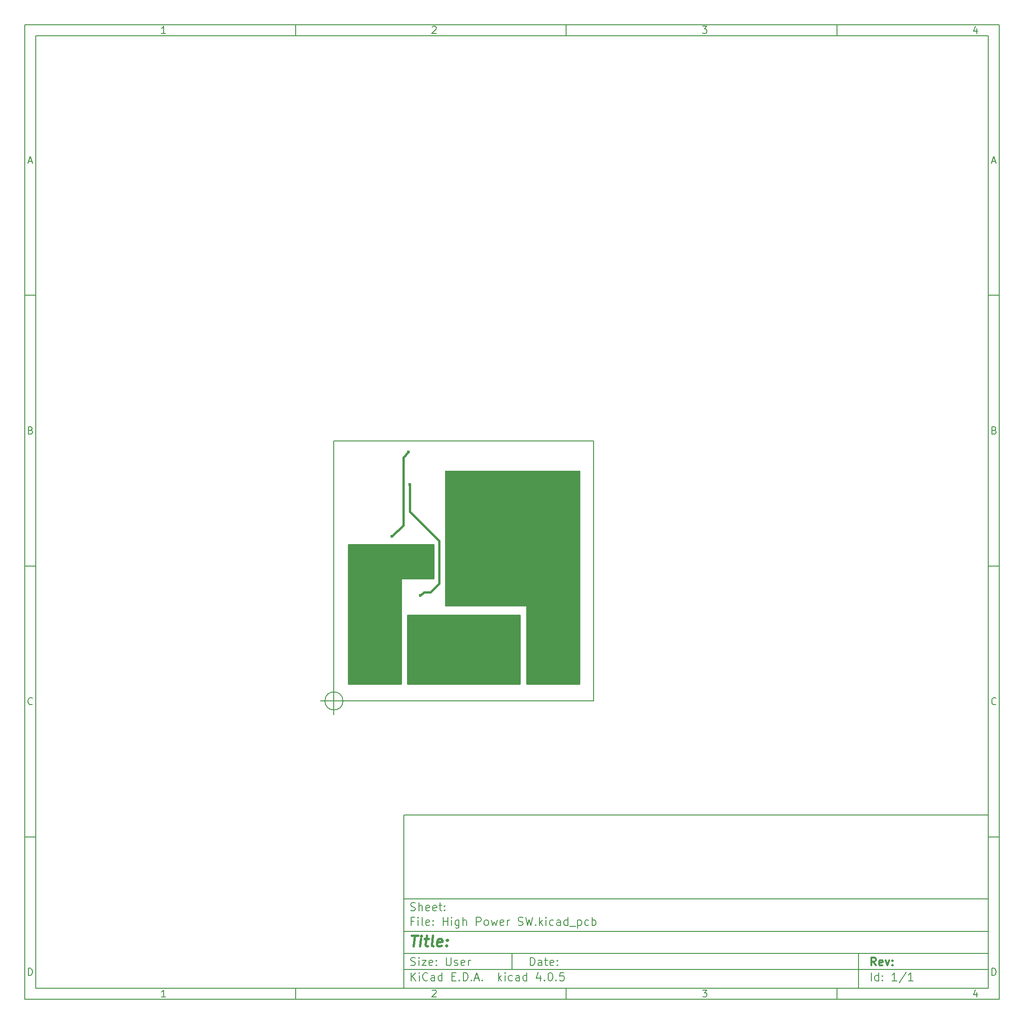
<source format=gbr>
G04 #@! TF.FileFunction,Copper,L2,Bot,Signal*
%FSLAX46Y46*%
G04 Gerber Fmt 4.6, Leading zero omitted, Abs format (unit mm)*
G04 Created by KiCad (PCBNEW 4.0.5) date 02/15/17 00:10:35*
%MOMM*%
%LPD*%
G01*
G04 APERTURE LIST*
%ADD10C,0.100000*%
%ADD11C,0.150000*%
%ADD12C,0.300000*%
%ADD13C,0.400000*%
%ADD14R,1.000000X1.000000*%
%ADD15R,6.000000X6.000000*%
%ADD16C,0.600000*%
%ADD17C,0.254000*%
G04 APERTURE END LIST*
D10*
D11*
X79999600Y-155999600D02*
X79999600Y-187999600D01*
X187999600Y-187999600D01*
X187999600Y-155999600D01*
X79999600Y-155999600D01*
D10*
D11*
X10000000Y-10000000D02*
X10000000Y-189999600D01*
X189999600Y-189999600D01*
X189999600Y-10000000D01*
X10000000Y-10000000D01*
D10*
D11*
X12000000Y-12000000D02*
X12000000Y-187999600D01*
X187999600Y-187999600D01*
X187999600Y-12000000D01*
X12000000Y-12000000D01*
D10*
D11*
X60000000Y-12000000D02*
X60000000Y-10000000D01*
D10*
D11*
X110000000Y-12000000D02*
X110000000Y-10000000D01*
D10*
D11*
X160000000Y-12000000D02*
X160000000Y-10000000D01*
D10*
D11*
X35990476Y-11588095D02*
X35247619Y-11588095D01*
X35619048Y-11588095D02*
X35619048Y-10288095D01*
X35495238Y-10473810D01*
X35371429Y-10597619D01*
X35247619Y-10659524D01*
D10*
D11*
X85247619Y-10411905D02*
X85309524Y-10350000D01*
X85433333Y-10288095D01*
X85742857Y-10288095D01*
X85866667Y-10350000D01*
X85928571Y-10411905D01*
X85990476Y-10535714D01*
X85990476Y-10659524D01*
X85928571Y-10845238D01*
X85185714Y-11588095D01*
X85990476Y-11588095D01*
D10*
D11*
X135185714Y-10288095D02*
X135990476Y-10288095D01*
X135557143Y-10783333D01*
X135742857Y-10783333D01*
X135866667Y-10845238D01*
X135928571Y-10907143D01*
X135990476Y-11030952D01*
X135990476Y-11340476D01*
X135928571Y-11464286D01*
X135866667Y-11526190D01*
X135742857Y-11588095D01*
X135371429Y-11588095D01*
X135247619Y-11526190D01*
X135185714Y-11464286D01*
D10*
D11*
X185866667Y-10721429D02*
X185866667Y-11588095D01*
X185557143Y-10226190D02*
X185247619Y-11154762D01*
X186052381Y-11154762D01*
D10*
D11*
X60000000Y-187999600D02*
X60000000Y-189999600D01*
D10*
D11*
X110000000Y-187999600D02*
X110000000Y-189999600D01*
D10*
D11*
X160000000Y-187999600D02*
X160000000Y-189999600D01*
D10*
D11*
X35990476Y-189587695D02*
X35247619Y-189587695D01*
X35619048Y-189587695D02*
X35619048Y-188287695D01*
X35495238Y-188473410D01*
X35371429Y-188597219D01*
X35247619Y-188659124D01*
D10*
D11*
X85247619Y-188411505D02*
X85309524Y-188349600D01*
X85433333Y-188287695D01*
X85742857Y-188287695D01*
X85866667Y-188349600D01*
X85928571Y-188411505D01*
X85990476Y-188535314D01*
X85990476Y-188659124D01*
X85928571Y-188844838D01*
X85185714Y-189587695D01*
X85990476Y-189587695D01*
D10*
D11*
X135185714Y-188287695D02*
X135990476Y-188287695D01*
X135557143Y-188782933D01*
X135742857Y-188782933D01*
X135866667Y-188844838D01*
X135928571Y-188906743D01*
X135990476Y-189030552D01*
X135990476Y-189340076D01*
X135928571Y-189463886D01*
X135866667Y-189525790D01*
X135742857Y-189587695D01*
X135371429Y-189587695D01*
X135247619Y-189525790D01*
X135185714Y-189463886D01*
D10*
D11*
X185866667Y-188721029D02*
X185866667Y-189587695D01*
X185557143Y-188225790D02*
X185247619Y-189154362D01*
X186052381Y-189154362D01*
D10*
D11*
X10000000Y-60000000D02*
X12000000Y-60000000D01*
D10*
D11*
X10000000Y-110000000D02*
X12000000Y-110000000D01*
D10*
D11*
X10000000Y-160000000D02*
X12000000Y-160000000D01*
D10*
D11*
X10690476Y-35216667D02*
X11309524Y-35216667D01*
X10566667Y-35588095D02*
X11000000Y-34288095D01*
X11433333Y-35588095D01*
D10*
D11*
X11092857Y-84907143D02*
X11278571Y-84969048D01*
X11340476Y-85030952D01*
X11402381Y-85154762D01*
X11402381Y-85340476D01*
X11340476Y-85464286D01*
X11278571Y-85526190D01*
X11154762Y-85588095D01*
X10659524Y-85588095D01*
X10659524Y-84288095D01*
X11092857Y-84288095D01*
X11216667Y-84350000D01*
X11278571Y-84411905D01*
X11340476Y-84535714D01*
X11340476Y-84659524D01*
X11278571Y-84783333D01*
X11216667Y-84845238D01*
X11092857Y-84907143D01*
X10659524Y-84907143D01*
D10*
D11*
X11402381Y-135464286D02*
X11340476Y-135526190D01*
X11154762Y-135588095D01*
X11030952Y-135588095D01*
X10845238Y-135526190D01*
X10721429Y-135402381D01*
X10659524Y-135278571D01*
X10597619Y-135030952D01*
X10597619Y-134845238D01*
X10659524Y-134597619D01*
X10721429Y-134473810D01*
X10845238Y-134350000D01*
X11030952Y-134288095D01*
X11154762Y-134288095D01*
X11340476Y-134350000D01*
X11402381Y-134411905D01*
D10*
D11*
X10659524Y-185588095D02*
X10659524Y-184288095D01*
X10969048Y-184288095D01*
X11154762Y-184350000D01*
X11278571Y-184473810D01*
X11340476Y-184597619D01*
X11402381Y-184845238D01*
X11402381Y-185030952D01*
X11340476Y-185278571D01*
X11278571Y-185402381D01*
X11154762Y-185526190D01*
X10969048Y-185588095D01*
X10659524Y-185588095D01*
D10*
D11*
X189999600Y-60000000D02*
X187999600Y-60000000D01*
D10*
D11*
X189999600Y-110000000D02*
X187999600Y-110000000D01*
D10*
D11*
X189999600Y-160000000D02*
X187999600Y-160000000D01*
D10*
D11*
X188690076Y-35216667D02*
X189309124Y-35216667D01*
X188566267Y-35588095D02*
X188999600Y-34288095D01*
X189432933Y-35588095D01*
D10*
D11*
X189092457Y-84907143D02*
X189278171Y-84969048D01*
X189340076Y-85030952D01*
X189401981Y-85154762D01*
X189401981Y-85340476D01*
X189340076Y-85464286D01*
X189278171Y-85526190D01*
X189154362Y-85588095D01*
X188659124Y-85588095D01*
X188659124Y-84288095D01*
X189092457Y-84288095D01*
X189216267Y-84350000D01*
X189278171Y-84411905D01*
X189340076Y-84535714D01*
X189340076Y-84659524D01*
X189278171Y-84783333D01*
X189216267Y-84845238D01*
X189092457Y-84907143D01*
X188659124Y-84907143D01*
D10*
D11*
X189401981Y-135464286D02*
X189340076Y-135526190D01*
X189154362Y-135588095D01*
X189030552Y-135588095D01*
X188844838Y-135526190D01*
X188721029Y-135402381D01*
X188659124Y-135278571D01*
X188597219Y-135030952D01*
X188597219Y-134845238D01*
X188659124Y-134597619D01*
X188721029Y-134473810D01*
X188844838Y-134350000D01*
X189030552Y-134288095D01*
X189154362Y-134288095D01*
X189340076Y-134350000D01*
X189401981Y-134411905D01*
D10*
D11*
X188659124Y-185588095D02*
X188659124Y-184288095D01*
X188968648Y-184288095D01*
X189154362Y-184350000D01*
X189278171Y-184473810D01*
X189340076Y-184597619D01*
X189401981Y-184845238D01*
X189401981Y-185030952D01*
X189340076Y-185278571D01*
X189278171Y-185402381D01*
X189154362Y-185526190D01*
X188968648Y-185588095D01*
X188659124Y-185588095D01*
D10*
D11*
X103356743Y-183778171D02*
X103356743Y-182278171D01*
X103713886Y-182278171D01*
X103928171Y-182349600D01*
X104071029Y-182492457D01*
X104142457Y-182635314D01*
X104213886Y-182921029D01*
X104213886Y-183135314D01*
X104142457Y-183421029D01*
X104071029Y-183563886D01*
X103928171Y-183706743D01*
X103713886Y-183778171D01*
X103356743Y-183778171D01*
X105499600Y-183778171D02*
X105499600Y-182992457D01*
X105428171Y-182849600D01*
X105285314Y-182778171D01*
X104999600Y-182778171D01*
X104856743Y-182849600D01*
X105499600Y-183706743D02*
X105356743Y-183778171D01*
X104999600Y-183778171D01*
X104856743Y-183706743D01*
X104785314Y-183563886D01*
X104785314Y-183421029D01*
X104856743Y-183278171D01*
X104999600Y-183206743D01*
X105356743Y-183206743D01*
X105499600Y-183135314D01*
X105999600Y-182778171D02*
X106571029Y-182778171D01*
X106213886Y-182278171D02*
X106213886Y-183563886D01*
X106285314Y-183706743D01*
X106428172Y-183778171D01*
X106571029Y-183778171D01*
X107642457Y-183706743D02*
X107499600Y-183778171D01*
X107213886Y-183778171D01*
X107071029Y-183706743D01*
X106999600Y-183563886D01*
X106999600Y-182992457D01*
X107071029Y-182849600D01*
X107213886Y-182778171D01*
X107499600Y-182778171D01*
X107642457Y-182849600D01*
X107713886Y-182992457D01*
X107713886Y-183135314D01*
X106999600Y-183278171D01*
X108356743Y-183635314D02*
X108428171Y-183706743D01*
X108356743Y-183778171D01*
X108285314Y-183706743D01*
X108356743Y-183635314D01*
X108356743Y-183778171D01*
X108356743Y-182849600D02*
X108428171Y-182921029D01*
X108356743Y-182992457D01*
X108285314Y-182921029D01*
X108356743Y-182849600D01*
X108356743Y-182992457D01*
D10*
D11*
X79999600Y-184499600D02*
X187999600Y-184499600D01*
D10*
D11*
X81356743Y-186578171D02*
X81356743Y-185078171D01*
X82213886Y-186578171D02*
X81571029Y-185721029D01*
X82213886Y-185078171D02*
X81356743Y-185935314D01*
X82856743Y-186578171D02*
X82856743Y-185578171D01*
X82856743Y-185078171D02*
X82785314Y-185149600D01*
X82856743Y-185221029D01*
X82928171Y-185149600D01*
X82856743Y-185078171D01*
X82856743Y-185221029D01*
X84428172Y-186435314D02*
X84356743Y-186506743D01*
X84142457Y-186578171D01*
X83999600Y-186578171D01*
X83785315Y-186506743D01*
X83642457Y-186363886D01*
X83571029Y-186221029D01*
X83499600Y-185935314D01*
X83499600Y-185721029D01*
X83571029Y-185435314D01*
X83642457Y-185292457D01*
X83785315Y-185149600D01*
X83999600Y-185078171D01*
X84142457Y-185078171D01*
X84356743Y-185149600D01*
X84428172Y-185221029D01*
X85713886Y-186578171D02*
X85713886Y-185792457D01*
X85642457Y-185649600D01*
X85499600Y-185578171D01*
X85213886Y-185578171D01*
X85071029Y-185649600D01*
X85713886Y-186506743D02*
X85571029Y-186578171D01*
X85213886Y-186578171D01*
X85071029Y-186506743D01*
X84999600Y-186363886D01*
X84999600Y-186221029D01*
X85071029Y-186078171D01*
X85213886Y-186006743D01*
X85571029Y-186006743D01*
X85713886Y-185935314D01*
X87071029Y-186578171D02*
X87071029Y-185078171D01*
X87071029Y-186506743D02*
X86928172Y-186578171D01*
X86642458Y-186578171D01*
X86499600Y-186506743D01*
X86428172Y-186435314D01*
X86356743Y-186292457D01*
X86356743Y-185863886D01*
X86428172Y-185721029D01*
X86499600Y-185649600D01*
X86642458Y-185578171D01*
X86928172Y-185578171D01*
X87071029Y-185649600D01*
X88928172Y-185792457D02*
X89428172Y-185792457D01*
X89642458Y-186578171D02*
X88928172Y-186578171D01*
X88928172Y-185078171D01*
X89642458Y-185078171D01*
X90285315Y-186435314D02*
X90356743Y-186506743D01*
X90285315Y-186578171D01*
X90213886Y-186506743D01*
X90285315Y-186435314D01*
X90285315Y-186578171D01*
X90999601Y-186578171D02*
X90999601Y-185078171D01*
X91356744Y-185078171D01*
X91571029Y-185149600D01*
X91713887Y-185292457D01*
X91785315Y-185435314D01*
X91856744Y-185721029D01*
X91856744Y-185935314D01*
X91785315Y-186221029D01*
X91713887Y-186363886D01*
X91571029Y-186506743D01*
X91356744Y-186578171D01*
X90999601Y-186578171D01*
X92499601Y-186435314D02*
X92571029Y-186506743D01*
X92499601Y-186578171D01*
X92428172Y-186506743D01*
X92499601Y-186435314D01*
X92499601Y-186578171D01*
X93142458Y-186149600D02*
X93856744Y-186149600D01*
X92999601Y-186578171D02*
X93499601Y-185078171D01*
X93999601Y-186578171D01*
X94499601Y-186435314D02*
X94571029Y-186506743D01*
X94499601Y-186578171D01*
X94428172Y-186506743D01*
X94499601Y-186435314D01*
X94499601Y-186578171D01*
X97499601Y-186578171D02*
X97499601Y-185078171D01*
X97642458Y-186006743D02*
X98071029Y-186578171D01*
X98071029Y-185578171D02*
X97499601Y-186149600D01*
X98713887Y-186578171D02*
X98713887Y-185578171D01*
X98713887Y-185078171D02*
X98642458Y-185149600D01*
X98713887Y-185221029D01*
X98785315Y-185149600D01*
X98713887Y-185078171D01*
X98713887Y-185221029D01*
X100071030Y-186506743D02*
X99928173Y-186578171D01*
X99642459Y-186578171D01*
X99499601Y-186506743D01*
X99428173Y-186435314D01*
X99356744Y-186292457D01*
X99356744Y-185863886D01*
X99428173Y-185721029D01*
X99499601Y-185649600D01*
X99642459Y-185578171D01*
X99928173Y-185578171D01*
X100071030Y-185649600D01*
X101356744Y-186578171D02*
X101356744Y-185792457D01*
X101285315Y-185649600D01*
X101142458Y-185578171D01*
X100856744Y-185578171D01*
X100713887Y-185649600D01*
X101356744Y-186506743D02*
X101213887Y-186578171D01*
X100856744Y-186578171D01*
X100713887Y-186506743D01*
X100642458Y-186363886D01*
X100642458Y-186221029D01*
X100713887Y-186078171D01*
X100856744Y-186006743D01*
X101213887Y-186006743D01*
X101356744Y-185935314D01*
X102713887Y-186578171D02*
X102713887Y-185078171D01*
X102713887Y-186506743D02*
X102571030Y-186578171D01*
X102285316Y-186578171D01*
X102142458Y-186506743D01*
X102071030Y-186435314D01*
X101999601Y-186292457D01*
X101999601Y-185863886D01*
X102071030Y-185721029D01*
X102142458Y-185649600D01*
X102285316Y-185578171D01*
X102571030Y-185578171D01*
X102713887Y-185649600D01*
X105213887Y-185578171D02*
X105213887Y-186578171D01*
X104856744Y-185006743D02*
X104499601Y-186078171D01*
X105428173Y-186078171D01*
X105999601Y-186435314D02*
X106071029Y-186506743D01*
X105999601Y-186578171D01*
X105928172Y-186506743D01*
X105999601Y-186435314D01*
X105999601Y-186578171D01*
X106999601Y-185078171D02*
X107142458Y-185078171D01*
X107285315Y-185149600D01*
X107356744Y-185221029D01*
X107428173Y-185363886D01*
X107499601Y-185649600D01*
X107499601Y-186006743D01*
X107428173Y-186292457D01*
X107356744Y-186435314D01*
X107285315Y-186506743D01*
X107142458Y-186578171D01*
X106999601Y-186578171D01*
X106856744Y-186506743D01*
X106785315Y-186435314D01*
X106713887Y-186292457D01*
X106642458Y-186006743D01*
X106642458Y-185649600D01*
X106713887Y-185363886D01*
X106785315Y-185221029D01*
X106856744Y-185149600D01*
X106999601Y-185078171D01*
X108142458Y-186435314D02*
X108213886Y-186506743D01*
X108142458Y-186578171D01*
X108071029Y-186506743D01*
X108142458Y-186435314D01*
X108142458Y-186578171D01*
X109571030Y-185078171D02*
X108856744Y-185078171D01*
X108785315Y-185792457D01*
X108856744Y-185721029D01*
X108999601Y-185649600D01*
X109356744Y-185649600D01*
X109499601Y-185721029D01*
X109571030Y-185792457D01*
X109642458Y-185935314D01*
X109642458Y-186292457D01*
X109571030Y-186435314D01*
X109499601Y-186506743D01*
X109356744Y-186578171D01*
X108999601Y-186578171D01*
X108856744Y-186506743D01*
X108785315Y-186435314D01*
D10*
D11*
X79999600Y-181499600D02*
X187999600Y-181499600D01*
D10*
D12*
X167213886Y-183778171D02*
X166713886Y-183063886D01*
X166356743Y-183778171D02*
X166356743Y-182278171D01*
X166928171Y-182278171D01*
X167071029Y-182349600D01*
X167142457Y-182421029D01*
X167213886Y-182563886D01*
X167213886Y-182778171D01*
X167142457Y-182921029D01*
X167071029Y-182992457D01*
X166928171Y-183063886D01*
X166356743Y-183063886D01*
X168428171Y-183706743D02*
X168285314Y-183778171D01*
X167999600Y-183778171D01*
X167856743Y-183706743D01*
X167785314Y-183563886D01*
X167785314Y-182992457D01*
X167856743Y-182849600D01*
X167999600Y-182778171D01*
X168285314Y-182778171D01*
X168428171Y-182849600D01*
X168499600Y-182992457D01*
X168499600Y-183135314D01*
X167785314Y-183278171D01*
X168999600Y-182778171D02*
X169356743Y-183778171D01*
X169713885Y-182778171D01*
X170285314Y-183635314D02*
X170356742Y-183706743D01*
X170285314Y-183778171D01*
X170213885Y-183706743D01*
X170285314Y-183635314D01*
X170285314Y-183778171D01*
X170285314Y-182849600D02*
X170356742Y-182921029D01*
X170285314Y-182992457D01*
X170213885Y-182921029D01*
X170285314Y-182849600D01*
X170285314Y-182992457D01*
D10*
D11*
X81285314Y-183706743D02*
X81499600Y-183778171D01*
X81856743Y-183778171D01*
X81999600Y-183706743D01*
X82071029Y-183635314D01*
X82142457Y-183492457D01*
X82142457Y-183349600D01*
X82071029Y-183206743D01*
X81999600Y-183135314D01*
X81856743Y-183063886D01*
X81571029Y-182992457D01*
X81428171Y-182921029D01*
X81356743Y-182849600D01*
X81285314Y-182706743D01*
X81285314Y-182563886D01*
X81356743Y-182421029D01*
X81428171Y-182349600D01*
X81571029Y-182278171D01*
X81928171Y-182278171D01*
X82142457Y-182349600D01*
X82785314Y-183778171D02*
X82785314Y-182778171D01*
X82785314Y-182278171D02*
X82713885Y-182349600D01*
X82785314Y-182421029D01*
X82856742Y-182349600D01*
X82785314Y-182278171D01*
X82785314Y-182421029D01*
X83356743Y-182778171D02*
X84142457Y-182778171D01*
X83356743Y-183778171D01*
X84142457Y-183778171D01*
X85285314Y-183706743D02*
X85142457Y-183778171D01*
X84856743Y-183778171D01*
X84713886Y-183706743D01*
X84642457Y-183563886D01*
X84642457Y-182992457D01*
X84713886Y-182849600D01*
X84856743Y-182778171D01*
X85142457Y-182778171D01*
X85285314Y-182849600D01*
X85356743Y-182992457D01*
X85356743Y-183135314D01*
X84642457Y-183278171D01*
X85999600Y-183635314D02*
X86071028Y-183706743D01*
X85999600Y-183778171D01*
X85928171Y-183706743D01*
X85999600Y-183635314D01*
X85999600Y-183778171D01*
X85999600Y-182849600D02*
X86071028Y-182921029D01*
X85999600Y-182992457D01*
X85928171Y-182921029D01*
X85999600Y-182849600D01*
X85999600Y-182992457D01*
X87856743Y-182278171D02*
X87856743Y-183492457D01*
X87928171Y-183635314D01*
X87999600Y-183706743D01*
X88142457Y-183778171D01*
X88428171Y-183778171D01*
X88571029Y-183706743D01*
X88642457Y-183635314D01*
X88713886Y-183492457D01*
X88713886Y-182278171D01*
X89356743Y-183706743D02*
X89499600Y-183778171D01*
X89785315Y-183778171D01*
X89928172Y-183706743D01*
X89999600Y-183563886D01*
X89999600Y-183492457D01*
X89928172Y-183349600D01*
X89785315Y-183278171D01*
X89571029Y-183278171D01*
X89428172Y-183206743D01*
X89356743Y-183063886D01*
X89356743Y-182992457D01*
X89428172Y-182849600D01*
X89571029Y-182778171D01*
X89785315Y-182778171D01*
X89928172Y-182849600D01*
X91213886Y-183706743D02*
X91071029Y-183778171D01*
X90785315Y-183778171D01*
X90642458Y-183706743D01*
X90571029Y-183563886D01*
X90571029Y-182992457D01*
X90642458Y-182849600D01*
X90785315Y-182778171D01*
X91071029Y-182778171D01*
X91213886Y-182849600D01*
X91285315Y-182992457D01*
X91285315Y-183135314D01*
X90571029Y-183278171D01*
X91928172Y-183778171D02*
X91928172Y-182778171D01*
X91928172Y-183063886D02*
X91999600Y-182921029D01*
X92071029Y-182849600D01*
X92213886Y-182778171D01*
X92356743Y-182778171D01*
D10*
D11*
X166356743Y-186578171D02*
X166356743Y-185078171D01*
X167713886Y-186578171D02*
X167713886Y-185078171D01*
X167713886Y-186506743D02*
X167571029Y-186578171D01*
X167285315Y-186578171D01*
X167142457Y-186506743D01*
X167071029Y-186435314D01*
X166999600Y-186292457D01*
X166999600Y-185863886D01*
X167071029Y-185721029D01*
X167142457Y-185649600D01*
X167285315Y-185578171D01*
X167571029Y-185578171D01*
X167713886Y-185649600D01*
X168428172Y-186435314D02*
X168499600Y-186506743D01*
X168428172Y-186578171D01*
X168356743Y-186506743D01*
X168428172Y-186435314D01*
X168428172Y-186578171D01*
X168428172Y-185649600D02*
X168499600Y-185721029D01*
X168428172Y-185792457D01*
X168356743Y-185721029D01*
X168428172Y-185649600D01*
X168428172Y-185792457D01*
X171071029Y-186578171D02*
X170213886Y-186578171D01*
X170642458Y-186578171D02*
X170642458Y-185078171D01*
X170499601Y-185292457D01*
X170356743Y-185435314D01*
X170213886Y-185506743D01*
X172785314Y-185006743D02*
X171499600Y-186935314D01*
X174071029Y-186578171D02*
X173213886Y-186578171D01*
X173642458Y-186578171D02*
X173642458Y-185078171D01*
X173499601Y-185292457D01*
X173356743Y-185435314D01*
X173213886Y-185506743D01*
D10*
D11*
X79999600Y-177499600D02*
X187999600Y-177499600D01*
D10*
D13*
X81451981Y-178204362D02*
X82594838Y-178204362D01*
X81773410Y-180204362D02*
X82023410Y-178204362D01*
X83011505Y-180204362D02*
X83178171Y-178871029D01*
X83261505Y-178204362D02*
X83154362Y-178299600D01*
X83237695Y-178394838D01*
X83344839Y-178299600D01*
X83261505Y-178204362D01*
X83237695Y-178394838D01*
X83844838Y-178871029D02*
X84606743Y-178871029D01*
X84213886Y-178204362D02*
X83999600Y-179918648D01*
X84071030Y-180109124D01*
X84249601Y-180204362D01*
X84440077Y-180204362D01*
X85392458Y-180204362D02*
X85213887Y-180109124D01*
X85142457Y-179918648D01*
X85356743Y-178204362D01*
X86928172Y-180109124D02*
X86725791Y-180204362D01*
X86344839Y-180204362D01*
X86166267Y-180109124D01*
X86094838Y-179918648D01*
X86190076Y-179156743D01*
X86309124Y-178966267D01*
X86511505Y-178871029D01*
X86892457Y-178871029D01*
X87071029Y-178966267D01*
X87142457Y-179156743D01*
X87118648Y-179347219D01*
X86142457Y-179537695D01*
X87892457Y-180013886D02*
X87975792Y-180109124D01*
X87868648Y-180204362D01*
X87785315Y-180109124D01*
X87892457Y-180013886D01*
X87868648Y-180204362D01*
X88023410Y-178966267D02*
X88106744Y-179061505D01*
X87999600Y-179156743D01*
X87916267Y-179061505D01*
X88023410Y-178966267D01*
X87999600Y-179156743D01*
D10*
D11*
X81856743Y-175592457D02*
X81356743Y-175592457D01*
X81356743Y-176378171D02*
X81356743Y-174878171D01*
X82071029Y-174878171D01*
X82642457Y-176378171D02*
X82642457Y-175378171D01*
X82642457Y-174878171D02*
X82571028Y-174949600D01*
X82642457Y-175021029D01*
X82713885Y-174949600D01*
X82642457Y-174878171D01*
X82642457Y-175021029D01*
X83571029Y-176378171D02*
X83428171Y-176306743D01*
X83356743Y-176163886D01*
X83356743Y-174878171D01*
X84713885Y-176306743D02*
X84571028Y-176378171D01*
X84285314Y-176378171D01*
X84142457Y-176306743D01*
X84071028Y-176163886D01*
X84071028Y-175592457D01*
X84142457Y-175449600D01*
X84285314Y-175378171D01*
X84571028Y-175378171D01*
X84713885Y-175449600D01*
X84785314Y-175592457D01*
X84785314Y-175735314D01*
X84071028Y-175878171D01*
X85428171Y-176235314D02*
X85499599Y-176306743D01*
X85428171Y-176378171D01*
X85356742Y-176306743D01*
X85428171Y-176235314D01*
X85428171Y-176378171D01*
X85428171Y-175449600D02*
X85499599Y-175521029D01*
X85428171Y-175592457D01*
X85356742Y-175521029D01*
X85428171Y-175449600D01*
X85428171Y-175592457D01*
X87285314Y-176378171D02*
X87285314Y-174878171D01*
X87285314Y-175592457D02*
X88142457Y-175592457D01*
X88142457Y-176378171D02*
X88142457Y-174878171D01*
X88856743Y-176378171D02*
X88856743Y-175378171D01*
X88856743Y-174878171D02*
X88785314Y-174949600D01*
X88856743Y-175021029D01*
X88928171Y-174949600D01*
X88856743Y-174878171D01*
X88856743Y-175021029D01*
X90213886Y-175378171D02*
X90213886Y-176592457D01*
X90142457Y-176735314D01*
X90071029Y-176806743D01*
X89928172Y-176878171D01*
X89713886Y-176878171D01*
X89571029Y-176806743D01*
X90213886Y-176306743D02*
X90071029Y-176378171D01*
X89785315Y-176378171D01*
X89642457Y-176306743D01*
X89571029Y-176235314D01*
X89499600Y-176092457D01*
X89499600Y-175663886D01*
X89571029Y-175521029D01*
X89642457Y-175449600D01*
X89785315Y-175378171D01*
X90071029Y-175378171D01*
X90213886Y-175449600D01*
X90928172Y-176378171D02*
X90928172Y-174878171D01*
X91571029Y-176378171D02*
X91571029Y-175592457D01*
X91499600Y-175449600D01*
X91356743Y-175378171D01*
X91142458Y-175378171D01*
X90999600Y-175449600D01*
X90928172Y-175521029D01*
X93428172Y-176378171D02*
X93428172Y-174878171D01*
X93999600Y-174878171D01*
X94142458Y-174949600D01*
X94213886Y-175021029D01*
X94285315Y-175163886D01*
X94285315Y-175378171D01*
X94213886Y-175521029D01*
X94142458Y-175592457D01*
X93999600Y-175663886D01*
X93428172Y-175663886D01*
X95142458Y-176378171D02*
X94999600Y-176306743D01*
X94928172Y-176235314D01*
X94856743Y-176092457D01*
X94856743Y-175663886D01*
X94928172Y-175521029D01*
X94999600Y-175449600D01*
X95142458Y-175378171D01*
X95356743Y-175378171D01*
X95499600Y-175449600D01*
X95571029Y-175521029D01*
X95642458Y-175663886D01*
X95642458Y-176092457D01*
X95571029Y-176235314D01*
X95499600Y-176306743D01*
X95356743Y-176378171D01*
X95142458Y-176378171D01*
X96142458Y-175378171D02*
X96428172Y-176378171D01*
X96713886Y-175663886D01*
X96999601Y-176378171D01*
X97285315Y-175378171D01*
X98428172Y-176306743D02*
X98285315Y-176378171D01*
X97999601Y-176378171D01*
X97856744Y-176306743D01*
X97785315Y-176163886D01*
X97785315Y-175592457D01*
X97856744Y-175449600D01*
X97999601Y-175378171D01*
X98285315Y-175378171D01*
X98428172Y-175449600D01*
X98499601Y-175592457D01*
X98499601Y-175735314D01*
X97785315Y-175878171D01*
X99142458Y-176378171D02*
X99142458Y-175378171D01*
X99142458Y-175663886D02*
X99213886Y-175521029D01*
X99285315Y-175449600D01*
X99428172Y-175378171D01*
X99571029Y-175378171D01*
X101142457Y-176306743D02*
X101356743Y-176378171D01*
X101713886Y-176378171D01*
X101856743Y-176306743D01*
X101928172Y-176235314D01*
X101999600Y-176092457D01*
X101999600Y-175949600D01*
X101928172Y-175806743D01*
X101856743Y-175735314D01*
X101713886Y-175663886D01*
X101428172Y-175592457D01*
X101285314Y-175521029D01*
X101213886Y-175449600D01*
X101142457Y-175306743D01*
X101142457Y-175163886D01*
X101213886Y-175021029D01*
X101285314Y-174949600D01*
X101428172Y-174878171D01*
X101785314Y-174878171D01*
X101999600Y-174949600D01*
X102499600Y-174878171D02*
X102856743Y-176378171D01*
X103142457Y-175306743D01*
X103428171Y-176378171D01*
X103785314Y-174878171D01*
X104356743Y-176235314D02*
X104428171Y-176306743D01*
X104356743Y-176378171D01*
X104285314Y-176306743D01*
X104356743Y-176235314D01*
X104356743Y-176378171D01*
X105071029Y-176378171D02*
X105071029Y-174878171D01*
X105213886Y-175806743D02*
X105642457Y-176378171D01*
X105642457Y-175378171D02*
X105071029Y-175949600D01*
X106285315Y-176378171D02*
X106285315Y-175378171D01*
X106285315Y-174878171D02*
X106213886Y-174949600D01*
X106285315Y-175021029D01*
X106356743Y-174949600D01*
X106285315Y-174878171D01*
X106285315Y-175021029D01*
X107642458Y-176306743D02*
X107499601Y-176378171D01*
X107213887Y-176378171D01*
X107071029Y-176306743D01*
X106999601Y-176235314D01*
X106928172Y-176092457D01*
X106928172Y-175663886D01*
X106999601Y-175521029D01*
X107071029Y-175449600D01*
X107213887Y-175378171D01*
X107499601Y-175378171D01*
X107642458Y-175449600D01*
X108928172Y-176378171D02*
X108928172Y-175592457D01*
X108856743Y-175449600D01*
X108713886Y-175378171D01*
X108428172Y-175378171D01*
X108285315Y-175449600D01*
X108928172Y-176306743D02*
X108785315Y-176378171D01*
X108428172Y-176378171D01*
X108285315Y-176306743D01*
X108213886Y-176163886D01*
X108213886Y-176021029D01*
X108285315Y-175878171D01*
X108428172Y-175806743D01*
X108785315Y-175806743D01*
X108928172Y-175735314D01*
X110285315Y-176378171D02*
X110285315Y-174878171D01*
X110285315Y-176306743D02*
X110142458Y-176378171D01*
X109856744Y-176378171D01*
X109713886Y-176306743D01*
X109642458Y-176235314D01*
X109571029Y-176092457D01*
X109571029Y-175663886D01*
X109642458Y-175521029D01*
X109713886Y-175449600D01*
X109856744Y-175378171D01*
X110142458Y-175378171D01*
X110285315Y-175449600D01*
X110642458Y-176521029D02*
X111785315Y-176521029D01*
X112142458Y-175378171D02*
X112142458Y-176878171D01*
X112142458Y-175449600D02*
X112285315Y-175378171D01*
X112571029Y-175378171D01*
X112713886Y-175449600D01*
X112785315Y-175521029D01*
X112856744Y-175663886D01*
X112856744Y-176092457D01*
X112785315Y-176235314D01*
X112713886Y-176306743D01*
X112571029Y-176378171D01*
X112285315Y-176378171D01*
X112142458Y-176306743D01*
X114142458Y-176306743D02*
X113999601Y-176378171D01*
X113713887Y-176378171D01*
X113571029Y-176306743D01*
X113499601Y-176235314D01*
X113428172Y-176092457D01*
X113428172Y-175663886D01*
X113499601Y-175521029D01*
X113571029Y-175449600D01*
X113713887Y-175378171D01*
X113999601Y-175378171D01*
X114142458Y-175449600D01*
X114785315Y-176378171D02*
X114785315Y-174878171D01*
X114785315Y-175449600D02*
X114928172Y-175378171D01*
X115213886Y-175378171D01*
X115356743Y-175449600D01*
X115428172Y-175521029D01*
X115499601Y-175663886D01*
X115499601Y-176092457D01*
X115428172Y-176235314D01*
X115356743Y-176306743D01*
X115213886Y-176378171D01*
X114928172Y-176378171D01*
X114785315Y-176306743D01*
D10*
D11*
X79999600Y-171499600D02*
X187999600Y-171499600D01*
D10*
D11*
X81285314Y-173606743D02*
X81499600Y-173678171D01*
X81856743Y-173678171D01*
X81999600Y-173606743D01*
X82071029Y-173535314D01*
X82142457Y-173392457D01*
X82142457Y-173249600D01*
X82071029Y-173106743D01*
X81999600Y-173035314D01*
X81856743Y-172963886D01*
X81571029Y-172892457D01*
X81428171Y-172821029D01*
X81356743Y-172749600D01*
X81285314Y-172606743D01*
X81285314Y-172463886D01*
X81356743Y-172321029D01*
X81428171Y-172249600D01*
X81571029Y-172178171D01*
X81928171Y-172178171D01*
X82142457Y-172249600D01*
X82785314Y-173678171D02*
X82785314Y-172178171D01*
X83428171Y-173678171D02*
X83428171Y-172892457D01*
X83356742Y-172749600D01*
X83213885Y-172678171D01*
X82999600Y-172678171D01*
X82856742Y-172749600D01*
X82785314Y-172821029D01*
X84713885Y-173606743D02*
X84571028Y-173678171D01*
X84285314Y-173678171D01*
X84142457Y-173606743D01*
X84071028Y-173463886D01*
X84071028Y-172892457D01*
X84142457Y-172749600D01*
X84285314Y-172678171D01*
X84571028Y-172678171D01*
X84713885Y-172749600D01*
X84785314Y-172892457D01*
X84785314Y-173035314D01*
X84071028Y-173178171D01*
X85999599Y-173606743D02*
X85856742Y-173678171D01*
X85571028Y-173678171D01*
X85428171Y-173606743D01*
X85356742Y-173463886D01*
X85356742Y-172892457D01*
X85428171Y-172749600D01*
X85571028Y-172678171D01*
X85856742Y-172678171D01*
X85999599Y-172749600D01*
X86071028Y-172892457D01*
X86071028Y-173035314D01*
X85356742Y-173178171D01*
X86499599Y-172678171D02*
X87071028Y-172678171D01*
X86713885Y-172178171D02*
X86713885Y-173463886D01*
X86785313Y-173606743D01*
X86928171Y-173678171D01*
X87071028Y-173678171D01*
X87571028Y-173535314D02*
X87642456Y-173606743D01*
X87571028Y-173678171D01*
X87499599Y-173606743D01*
X87571028Y-173535314D01*
X87571028Y-173678171D01*
X87571028Y-172749600D02*
X87642456Y-172821029D01*
X87571028Y-172892457D01*
X87499599Y-172821029D01*
X87571028Y-172749600D01*
X87571028Y-172892457D01*
D10*
D11*
X99999600Y-181499600D02*
X99999600Y-184499600D01*
D10*
D11*
X163999600Y-181499600D02*
X163999600Y-187999600D01*
X68766666Y-134900000D02*
G75*
G03X68766666Y-134900000I-1666666J0D01*
G01*
X64600000Y-134900000D02*
X69600000Y-134900000D01*
X67100000Y-132400000D02*
X67100000Y-137400000D01*
X115100000Y-134900000D02*
X67100000Y-134900000D01*
X115100000Y-86900000D02*
X115100000Y-134900000D01*
X113100000Y-86900000D02*
X115100000Y-86900000D01*
X67100000Y-86900000D02*
X113100000Y-86900000D01*
X67100000Y-134900000D02*
X67100000Y-86900000D01*
X68766666Y-134900000D02*
G75*
G03X68766666Y-134900000I-1666666J0D01*
G01*
X64600000Y-134900000D02*
X69600000Y-134900000D01*
X67100000Y-132400000D02*
X67100000Y-137400000D01*
D14*
X108100000Y-115900000D03*
X108100000Y-114900000D03*
X108100000Y-112900000D03*
X108100000Y-113900000D03*
X108100000Y-109900000D03*
X108100000Y-108900000D03*
X108100000Y-110900000D03*
X108100000Y-111900000D03*
X108100000Y-106900000D03*
X108100000Y-107900000D03*
X108100000Y-97900000D03*
X108100000Y-96900000D03*
X108100000Y-101900000D03*
X108100000Y-100900000D03*
X108100000Y-98900000D03*
X108100000Y-99900000D03*
X108100000Y-103900000D03*
X108100000Y-102900000D03*
X108100000Y-104900000D03*
X108100000Y-105900000D03*
X108100000Y-94900000D03*
X108100000Y-93900000D03*
X108100000Y-95900000D03*
X108100000Y-116900000D03*
X108100000Y-92900000D03*
X109100000Y-92900000D03*
X109100000Y-116900000D03*
X109100000Y-95900000D03*
X109100000Y-93900000D03*
X109100000Y-94900000D03*
X109100000Y-105900000D03*
X109100000Y-104900000D03*
X109100000Y-102900000D03*
X109100000Y-103900000D03*
X109100000Y-99900000D03*
X109100000Y-98900000D03*
X109100000Y-100900000D03*
X109100000Y-101900000D03*
X109100000Y-96900000D03*
X109100000Y-97900000D03*
X109100000Y-107900000D03*
X109100000Y-106900000D03*
X109100000Y-111900000D03*
X109100000Y-110900000D03*
X109100000Y-108900000D03*
X109100000Y-109900000D03*
X109100000Y-113900000D03*
X109100000Y-112900000D03*
X109100000Y-114900000D03*
X109100000Y-115900000D03*
X111100000Y-115900000D03*
X111100000Y-114900000D03*
X111100000Y-112900000D03*
X111100000Y-113900000D03*
X111100000Y-109900000D03*
X111100000Y-108900000D03*
X111100000Y-110900000D03*
X111100000Y-111900000D03*
X111100000Y-106900000D03*
X111100000Y-107900000D03*
X111100000Y-97900000D03*
X111100000Y-96900000D03*
X111100000Y-101900000D03*
X111100000Y-100900000D03*
X111100000Y-98900000D03*
X111100000Y-99900000D03*
X111100000Y-103900000D03*
X111100000Y-102900000D03*
X111100000Y-104900000D03*
X111100000Y-105900000D03*
X111100000Y-94900000D03*
X111100000Y-93900000D03*
X111100000Y-95900000D03*
X111100000Y-116900000D03*
X111100000Y-92900000D03*
X110100000Y-92900000D03*
X110100000Y-116900000D03*
X110100000Y-95900000D03*
X110100000Y-93900000D03*
X110100000Y-94900000D03*
X110100000Y-105900000D03*
X110100000Y-104900000D03*
X110100000Y-102900000D03*
X110100000Y-103900000D03*
X110100000Y-99900000D03*
X110100000Y-98900000D03*
X110100000Y-100900000D03*
X110100000Y-101900000D03*
X110100000Y-96900000D03*
X110100000Y-97900000D03*
X110100000Y-107900000D03*
X110100000Y-106900000D03*
X110100000Y-111900000D03*
X110100000Y-110900000D03*
X110100000Y-108900000D03*
X110100000Y-109900000D03*
X110100000Y-113900000D03*
X110100000Y-112900000D03*
X110100000Y-114900000D03*
X110100000Y-115900000D03*
X112100000Y-92900000D03*
X112100000Y-116900000D03*
X112100000Y-95900000D03*
X112100000Y-93900000D03*
X112100000Y-94900000D03*
X112100000Y-105900000D03*
X112100000Y-104900000D03*
X112100000Y-102900000D03*
X112100000Y-103900000D03*
X112100000Y-99900000D03*
X112100000Y-98900000D03*
X112100000Y-100900000D03*
X112100000Y-101900000D03*
X112100000Y-96900000D03*
X112100000Y-97900000D03*
X112100000Y-107900000D03*
X112100000Y-106900000D03*
X112100000Y-111900000D03*
X112100000Y-110900000D03*
X112100000Y-108900000D03*
X112100000Y-109900000D03*
X112100000Y-113900000D03*
X112100000Y-112900000D03*
X112100000Y-114900000D03*
X112100000Y-115900000D03*
X98100000Y-115900000D03*
X98100000Y-114900000D03*
X98100000Y-112900000D03*
X98100000Y-113900000D03*
X98100000Y-109900000D03*
X98100000Y-108900000D03*
X98100000Y-110900000D03*
X98100000Y-111900000D03*
X98100000Y-106900000D03*
X98100000Y-107900000D03*
X98100000Y-97900000D03*
X98100000Y-96900000D03*
X98100000Y-101900000D03*
X98100000Y-100900000D03*
X98100000Y-98900000D03*
X98100000Y-99900000D03*
X98100000Y-103900000D03*
X98100000Y-102900000D03*
X98100000Y-104900000D03*
X98100000Y-105900000D03*
X98100000Y-94900000D03*
X98100000Y-93900000D03*
X98100000Y-95900000D03*
X98100000Y-116900000D03*
X98100000Y-92900000D03*
X99100000Y-92900000D03*
X99100000Y-116900000D03*
X99100000Y-95900000D03*
X99100000Y-93900000D03*
X99100000Y-94900000D03*
X99100000Y-105900000D03*
X99100000Y-104900000D03*
X99100000Y-102900000D03*
X99100000Y-103900000D03*
X99100000Y-99900000D03*
X99100000Y-98900000D03*
X99100000Y-100900000D03*
X99100000Y-101900000D03*
X99100000Y-96900000D03*
X99100000Y-97900000D03*
X99100000Y-107900000D03*
X99100000Y-106900000D03*
X99100000Y-111900000D03*
X99100000Y-110900000D03*
X99100000Y-108900000D03*
X99100000Y-109900000D03*
X99100000Y-113900000D03*
X99100000Y-112900000D03*
X99100000Y-114900000D03*
X99100000Y-115900000D03*
X101100000Y-115900000D03*
X101100000Y-114900000D03*
X101100000Y-112900000D03*
X101100000Y-113900000D03*
X101100000Y-109900000D03*
X101100000Y-108900000D03*
X101100000Y-110900000D03*
X101100000Y-111900000D03*
X101100000Y-106900000D03*
X101100000Y-107900000D03*
X101100000Y-97900000D03*
X101100000Y-96900000D03*
X101100000Y-101900000D03*
X101100000Y-100900000D03*
X101100000Y-98900000D03*
X101100000Y-99900000D03*
X101100000Y-103900000D03*
X101100000Y-102900000D03*
X101100000Y-104900000D03*
X101100000Y-105900000D03*
X101100000Y-94900000D03*
X101100000Y-93900000D03*
X101100000Y-95900000D03*
X101100000Y-116900000D03*
X101100000Y-92900000D03*
X100100000Y-92900000D03*
X100100000Y-116900000D03*
X100100000Y-95900000D03*
X100100000Y-93900000D03*
X100100000Y-94900000D03*
X100100000Y-105900000D03*
X100100000Y-104900000D03*
X100100000Y-102900000D03*
X100100000Y-103900000D03*
X100100000Y-99900000D03*
X100100000Y-98900000D03*
X100100000Y-100900000D03*
X100100000Y-101900000D03*
X100100000Y-96900000D03*
X100100000Y-97900000D03*
X100100000Y-107900000D03*
X100100000Y-106900000D03*
X100100000Y-111900000D03*
X100100000Y-110900000D03*
X100100000Y-108900000D03*
X100100000Y-109900000D03*
X100100000Y-113900000D03*
X100100000Y-112900000D03*
X100100000Y-114900000D03*
X100100000Y-115900000D03*
X102100000Y-92900000D03*
X102100000Y-116900000D03*
X102100000Y-95900000D03*
X102100000Y-93900000D03*
X102100000Y-94900000D03*
X102100000Y-105900000D03*
X102100000Y-104900000D03*
X102100000Y-102900000D03*
X102100000Y-103900000D03*
X102100000Y-99900000D03*
X102100000Y-98900000D03*
X102100000Y-100900000D03*
X102100000Y-101900000D03*
X102100000Y-96900000D03*
X102100000Y-97900000D03*
X102100000Y-107900000D03*
X102100000Y-106900000D03*
X102100000Y-111900000D03*
X102100000Y-110900000D03*
X102100000Y-108900000D03*
X102100000Y-109900000D03*
X102100000Y-113900000D03*
X102100000Y-112900000D03*
X102100000Y-114900000D03*
X102100000Y-115900000D03*
X107100000Y-115900000D03*
X107100000Y-114900000D03*
X107100000Y-112900000D03*
X107100000Y-113900000D03*
X107100000Y-109900000D03*
X107100000Y-108900000D03*
X107100000Y-110900000D03*
X107100000Y-111900000D03*
X107100000Y-106900000D03*
X107100000Y-107900000D03*
X107100000Y-97900000D03*
X107100000Y-96900000D03*
X107100000Y-101900000D03*
X107100000Y-100900000D03*
X107100000Y-98900000D03*
X107100000Y-99900000D03*
X107100000Y-103900000D03*
X107100000Y-102900000D03*
X107100000Y-104900000D03*
X107100000Y-105900000D03*
X107100000Y-94900000D03*
X107100000Y-93900000D03*
X107100000Y-95900000D03*
X107100000Y-116900000D03*
X107100000Y-92900000D03*
X105100000Y-115900000D03*
X105100000Y-114900000D03*
X105100000Y-112900000D03*
X105100000Y-113900000D03*
X105100000Y-109900000D03*
X105100000Y-108900000D03*
X105100000Y-110900000D03*
X105100000Y-111900000D03*
X105100000Y-106900000D03*
X105100000Y-107900000D03*
X105100000Y-97900000D03*
X105100000Y-96900000D03*
X105100000Y-101900000D03*
X105100000Y-100900000D03*
X105100000Y-98900000D03*
X105100000Y-99900000D03*
X105100000Y-103900000D03*
X105100000Y-102900000D03*
X105100000Y-104900000D03*
X105100000Y-105900000D03*
X105100000Y-94900000D03*
X105100000Y-93900000D03*
X105100000Y-95900000D03*
X105100000Y-116900000D03*
X105100000Y-92900000D03*
X106100000Y-92900000D03*
X106100000Y-116900000D03*
X106100000Y-95900000D03*
X106100000Y-93900000D03*
X106100000Y-94900000D03*
X106100000Y-105900000D03*
X106100000Y-104900000D03*
X106100000Y-102900000D03*
X106100000Y-103900000D03*
X106100000Y-99900000D03*
X106100000Y-98900000D03*
X106100000Y-100900000D03*
X106100000Y-101900000D03*
X106100000Y-96900000D03*
X106100000Y-97900000D03*
X106100000Y-107900000D03*
X106100000Y-106900000D03*
X106100000Y-111900000D03*
X106100000Y-110900000D03*
X106100000Y-108900000D03*
X106100000Y-109900000D03*
X106100000Y-113900000D03*
X106100000Y-112900000D03*
X106100000Y-114900000D03*
X106100000Y-115900000D03*
X104100000Y-115900000D03*
X104100000Y-114900000D03*
X104100000Y-112900000D03*
X104100000Y-113900000D03*
X104100000Y-109900000D03*
X104100000Y-108900000D03*
X104100000Y-110900000D03*
X104100000Y-111900000D03*
X104100000Y-106900000D03*
X104100000Y-107900000D03*
X104100000Y-97900000D03*
X104100000Y-96900000D03*
X104100000Y-101900000D03*
X104100000Y-100900000D03*
X104100000Y-98900000D03*
X104100000Y-99900000D03*
X104100000Y-103900000D03*
X104100000Y-102900000D03*
X104100000Y-104900000D03*
X104100000Y-105900000D03*
X104100000Y-94900000D03*
X104100000Y-93900000D03*
X104100000Y-95900000D03*
X104100000Y-116900000D03*
X104100000Y-92900000D03*
X103100000Y-92900000D03*
X103100000Y-116900000D03*
X103100000Y-95900000D03*
X103100000Y-93900000D03*
X103100000Y-94900000D03*
X103100000Y-105900000D03*
X103100000Y-104900000D03*
X103100000Y-102900000D03*
X103100000Y-103900000D03*
X103100000Y-99900000D03*
X103100000Y-98900000D03*
X103100000Y-100900000D03*
X103100000Y-101900000D03*
X103100000Y-96900000D03*
X103100000Y-97900000D03*
X103100000Y-107900000D03*
X103100000Y-106900000D03*
X103100000Y-111900000D03*
X103100000Y-110900000D03*
X103100000Y-108900000D03*
X103100000Y-109900000D03*
X103100000Y-113900000D03*
X103100000Y-112900000D03*
X103100000Y-114900000D03*
X103100000Y-115900000D03*
X93100000Y-115900000D03*
X93100000Y-114900000D03*
X93100000Y-112900000D03*
X93100000Y-113900000D03*
X93100000Y-109900000D03*
X93100000Y-108900000D03*
X93100000Y-110900000D03*
X93100000Y-111900000D03*
X93100000Y-106900000D03*
X93100000Y-107900000D03*
X93100000Y-97900000D03*
X93100000Y-96900000D03*
X93100000Y-101900000D03*
X93100000Y-100900000D03*
X93100000Y-98900000D03*
X93100000Y-99900000D03*
X93100000Y-103900000D03*
X93100000Y-102900000D03*
X93100000Y-104900000D03*
X93100000Y-105900000D03*
X93100000Y-94900000D03*
X93100000Y-93900000D03*
X93100000Y-95900000D03*
X93100000Y-116900000D03*
X93100000Y-92900000D03*
X94100000Y-92900000D03*
X94100000Y-116900000D03*
X94100000Y-95900000D03*
X94100000Y-93900000D03*
X94100000Y-94900000D03*
X94100000Y-105900000D03*
X94100000Y-104900000D03*
X94100000Y-102900000D03*
X94100000Y-103900000D03*
X94100000Y-99900000D03*
X94100000Y-98900000D03*
X94100000Y-100900000D03*
X94100000Y-101900000D03*
X94100000Y-96900000D03*
X94100000Y-97900000D03*
X94100000Y-107900000D03*
X94100000Y-106900000D03*
X94100000Y-111900000D03*
X94100000Y-110900000D03*
X94100000Y-108900000D03*
X94100000Y-109900000D03*
X94100000Y-113900000D03*
X94100000Y-112900000D03*
X94100000Y-114900000D03*
X94100000Y-115900000D03*
X96100000Y-115900000D03*
X96100000Y-114900000D03*
X96100000Y-112900000D03*
X96100000Y-113900000D03*
X96100000Y-109900000D03*
X96100000Y-108900000D03*
X96100000Y-110900000D03*
X96100000Y-111900000D03*
X96100000Y-106900000D03*
X96100000Y-107900000D03*
X96100000Y-97900000D03*
X96100000Y-96900000D03*
X96100000Y-101900000D03*
X96100000Y-100900000D03*
X96100000Y-98900000D03*
X96100000Y-99900000D03*
X96100000Y-103900000D03*
X96100000Y-102900000D03*
X96100000Y-104900000D03*
X96100000Y-105900000D03*
X96100000Y-94900000D03*
X96100000Y-93900000D03*
X96100000Y-95900000D03*
X96100000Y-116900000D03*
X96100000Y-92900000D03*
X95100000Y-92900000D03*
X95100000Y-116900000D03*
X95100000Y-95900000D03*
X95100000Y-93900000D03*
X95100000Y-94900000D03*
X95100000Y-105900000D03*
X95100000Y-104900000D03*
X95100000Y-102900000D03*
X95100000Y-103900000D03*
X95100000Y-99900000D03*
X95100000Y-98900000D03*
X95100000Y-100900000D03*
X95100000Y-101900000D03*
X95100000Y-96900000D03*
X95100000Y-97900000D03*
X95100000Y-107900000D03*
X95100000Y-106900000D03*
X95100000Y-111900000D03*
X95100000Y-110900000D03*
X95100000Y-108900000D03*
X95100000Y-109900000D03*
X95100000Y-113900000D03*
X95100000Y-112900000D03*
X95100000Y-114900000D03*
X95100000Y-115900000D03*
X97100000Y-92900000D03*
X97100000Y-116900000D03*
X97100000Y-95900000D03*
X97100000Y-93900000D03*
X97100000Y-94900000D03*
X97100000Y-105900000D03*
X97100000Y-104900000D03*
X97100000Y-102900000D03*
X97100000Y-103900000D03*
X97100000Y-99900000D03*
X97100000Y-98900000D03*
X97100000Y-100900000D03*
X97100000Y-101900000D03*
X97100000Y-96900000D03*
X97100000Y-97900000D03*
X97100000Y-107900000D03*
X97100000Y-106900000D03*
X97100000Y-111900000D03*
X97100000Y-110900000D03*
X97100000Y-108900000D03*
X97100000Y-109900000D03*
X97100000Y-113900000D03*
X97100000Y-112900000D03*
X97100000Y-114900000D03*
X97100000Y-115900000D03*
X92100000Y-115900000D03*
X92100000Y-114900000D03*
X92100000Y-112900000D03*
X92100000Y-113900000D03*
X92100000Y-109900000D03*
X92100000Y-108900000D03*
X92100000Y-110900000D03*
X92100000Y-111900000D03*
X92100000Y-106900000D03*
X92100000Y-107900000D03*
X92100000Y-97900000D03*
X92100000Y-96900000D03*
X92100000Y-101900000D03*
X92100000Y-100900000D03*
X92100000Y-98900000D03*
X92100000Y-99900000D03*
X92100000Y-103900000D03*
X92100000Y-102900000D03*
X92100000Y-104900000D03*
X92100000Y-105900000D03*
X92100000Y-94900000D03*
X92100000Y-93900000D03*
X92100000Y-95900000D03*
X92100000Y-116900000D03*
X92100000Y-92900000D03*
X90100000Y-115900000D03*
X90100000Y-114900000D03*
X90100000Y-112900000D03*
X90100000Y-113900000D03*
X90100000Y-109900000D03*
X90100000Y-108900000D03*
X90100000Y-110900000D03*
X90100000Y-111900000D03*
X90100000Y-106900000D03*
X90100000Y-107900000D03*
X90100000Y-97900000D03*
X90100000Y-96900000D03*
X90100000Y-101900000D03*
X90100000Y-100900000D03*
X90100000Y-98900000D03*
X90100000Y-99900000D03*
X90100000Y-103900000D03*
X90100000Y-102900000D03*
X90100000Y-104900000D03*
X90100000Y-105900000D03*
X90100000Y-94900000D03*
X90100000Y-93900000D03*
X90100000Y-95900000D03*
X90100000Y-116900000D03*
X90100000Y-92900000D03*
X91100000Y-92900000D03*
X91100000Y-116900000D03*
X91100000Y-95900000D03*
X91100000Y-93900000D03*
X91100000Y-94900000D03*
X91100000Y-105900000D03*
X91100000Y-104900000D03*
X91100000Y-102900000D03*
X91100000Y-103900000D03*
X91100000Y-99900000D03*
X91100000Y-98900000D03*
X91100000Y-100900000D03*
X91100000Y-101900000D03*
X91100000Y-96900000D03*
X91100000Y-97900000D03*
X91100000Y-107900000D03*
X91100000Y-106900000D03*
X91100000Y-111900000D03*
X91100000Y-110900000D03*
X91100000Y-108900000D03*
X91100000Y-109900000D03*
X91100000Y-113900000D03*
X91100000Y-112900000D03*
X91100000Y-114900000D03*
X91100000Y-115900000D03*
X89100000Y-115900000D03*
X89100000Y-114900000D03*
X89100000Y-112900000D03*
X89100000Y-113900000D03*
X89100000Y-109900000D03*
X89100000Y-108900000D03*
X89100000Y-110900000D03*
X89100000Y-111900000D03*
X89100000Y-106900000D03*
X89100000Y-107900000D03*
X89100000Y-97900000D03*
X89100000Y-96900000D03*
X89100000Y-101900000D03*
X89100000Y-100900000D03*
X89100000Y-98900000D03*
X89100000Y-99900000D03*
X89100000Y-103900000D03*
X89100000Y-102900000D03*
X89100000Y-104900000D03*
X89100000Y-105900000D03*
X89100000Y-94900000D03*
X89100000Y-93900000D03*
X89100000Y-95900000D03*
X89100000Y-116900000D03*
X89100000Y-92900000D03*
X88100000Y-92900000D03*
X88100000Y-116900000D03*
X88100000Y-95900000D03*
X88100000Y-93900000D03*
X88100000Y-94900000D03*
X88100000Y-105900000D03*
X88100000Y-104900000D03*
X88100000Y-102900000D03*
X88100000Y-103900000D03*
X88100000Y-99900000D03*
X88100000Y-98900000D03*
X88100000Y-100900000D03*
X88100000Y-101900000D03*
X88100000Y-96900000D03*
X88100000Y-97900000D03*
X88100000Y-107900000D03*
X88100000Y-106900000D03*
X88100000Y-111900000D03*
X88100000Y-110900000D03*
X88100000Y-108900000D03*
X88100000Y-109900000D03*
X88100000Y-113900000D03*
X88100000Y-112900000D03*
X88100000Y-114900000D03*
X88100000Y-115900000D03*
D15*
X96000000Y-128540000D03*
X96000000Y-123460000D03*
X107500000Y-128540000D03*
X107500000Y-123460000D03*
X86000000Y-128540000D03*
X86000000Y-123460000D03*
X74000000Y-128540000D03*
X74000000Y-123460000D03*
D16*
X81700000Y-107500000D03*
X83100000Y-107440000D03*
X84300000Y-107500000D03*
X83100000Y-115400000D03*
X81100000Y-94900000D03*
X77850000Y-104500000D03*
X80900000Y-88900000D03*
D13*
X82500000Y-107500000D02*
X81700000Y-107500000D01*
X83160000Y-107500000D02*
X84300000Y-107500000D01*
X83100000Y-107440000D02*
X83160000Y-107500000D01*
X81100000Y-94900000D02*
X81100000Y-99900000D01*
X86500000Y-105300000D02*
X81100000Y-99900000D01*
X86500000Y-113200000D02*
X86500000Y-105300000D01*
X84900000Y-114800000D02*
X86500000Y-113200000D01*
X83700000Y-114800000D02*
X84900000Y-114800000D01*
X83700000Y-114800000D02*
X83100000Y-115400000D01*
X79900000Y-89900000D02*
X80900000Y-88900000D01*
X79900000Y-102450000D02*
X79900000Y-89900000D01*
X79900000Y-102450000D02*
X77850000Y-104500000D01*
D17*
G36*
X85473000Y-112273000D02*
X79600000Y-112273000D01*
X79550590Y-112283006D01*
X79508965Y-112311447D01*
X79481685Y-112353841D01*
X79473000Y-112400000D01*
X79473000Y-131773000D01*
X69727000Y-131773000D01*
X69727000Y-106027000D01*
X85473000Y-106027000D01*
X85473000Y-112273000D01*
X85473000Y-112273000D01*
G37*
X85473000Y-112273000D02*
X79600000Y-112273000D01*
X79550590Y-112283006D01*
X79508965Y-112311447D01*
X79481685Y-112353841D01*
X79473000Y-112400000D01*
X79473000Y-131773000D01*
X69727000Y-131773000D01*
X69727000Y-106027000D01*
X85473000Y-106027000D01*
X85473000Y-112273000D01*
G36*
X101473000Y-131773000D02*
X80727000Y-131773000D01*
X80727000Y-119027000D01*
X101473000Y-119027000D01*
X101473000Y-131773000D01*
X101473000Y-131773000D01*
G37*
X101473000Y-131773000D02*
X80727000Y-131773000D01*
X80727000Y-119027000D01*
X101473000Y-119027000D01*
X101473000Y-131773000D01*
G36*
X112473000Y-131773000D02*
X102727000Y-131773000D01*
X102727000Y-117400000D01*
X102716994Y-117350590D01*
X102688553Y-117308965D01*
X102646159Y-117281685D01*
X102600000Y-117273000D01*
X87727000Y-117273000D01*
X87727000Y-92527000D01*
X112473000Y-92527000D01*
X112473000Y-131773000D01*
X112473000Y-131773000D01*
G37*
X112473000Y-131773000D02*
X102727000Y-131773000D01*
X102727000Y-117400000D01*
X102716994Y-117350590D01*
X102688553Y-117308965D01*
X102646159Y-117281685D01*
X102600000Y-117273000D01*
X87727000Y-117273000D01*
X87727000Y-92527000D01*
X112473000Y-92527000D01*
X112473000Y-131773000D01*
M02*

</source>
